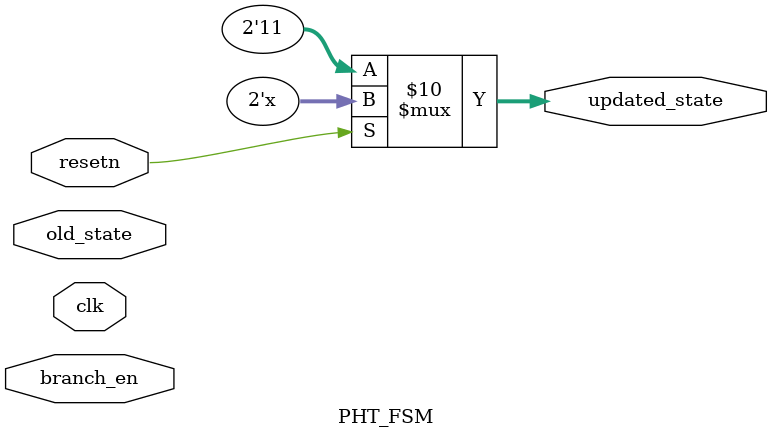
<source format=v>
module PHT_FSM(
    input [1:0] old_state,
    input branch_en,
    input clk,
    input resetn,
    output reg [1:0] updated_state
);
    parameter Strongly_taken = 2'b11;
    parameter Weakly_taken = 2'b10;
    parameter Weakly_not_taken = 2'b01;
    parameter Strongly_not_taken = 2'b00;

    always @(*) begin
        if(!resetn) begin
            updated_state = Strongly_taken;
        end else begin
            case(updated_state)
                Strongly_taken : begin
                    updated_state = branch_en ? Strongly_taken : Weakly_taken;
                end
                Weakly_taken : begin
                    updated_state = branch_en ? Strongly_taken : Weakly_not_taken;
                end
                Weakly_not_taken : begin
                    updated_state = branch_en ? Weakly_taken : Strongly_not_taken;
                end
                Strongly_not_taken : begin
                    updated_state = branch_en ? Weakly_not_taken : Strongly_not_taken;
                end
                default : begin
                    
                end
            endcase
        end
    end
    
endmodule
</source>
